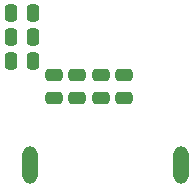
<source format=gbr>
%TF.GenerationSoftware,KiCad,Pcbnew,6.0.4-6f826c9f35~116~ubuntu20.04.1*%
%TF.CreationDate,2022-04-23T06:28:22+07:00*%
%TF.ProjectId,CH569Board,43483536-3942-46f6-9172-642e6b696361,rev?*%
%TF.SameCoordinates,Original*%
%TF.FileFunction,Paste,Bot*%
%TF.FilePolarity,Positive*%
%FSLAX46Y46*%
G04 Gerber Fmt 4.6, Leading zero omitted, Abs format (unit mm)*
G04 Created by KiCad (PCBNEW 6.0.4-6f826c9f35~116~ubuntu20.04.1) date 2022-04-23 06:28:22*
%MOMM*%
%LPD*%
G01*
G04 APERTURE LIST*
G04 Aperture macros list*
%AMRoundRect*
0 Rectangle with rounded corners*
0 $1 Rounding radius*
0 $2 $3 $4 $5 $6 $7 $8 $9 X,Y pos of 4 corners*
0 Add a 4 corners polygon primitive as box body*
4,1,4,$2,$3,$4,$5,$6,$7,$8,$9,$2,$3,0*
0 Add four circle primitives for the rounded corners*
1,1,$1+$1,$2,$3*
1,1,$1+$1,$4,$5*
1,1,$1+$1,$6,$7*
1,1,$1+$1,$8,$9*
0 Add four rect primitives between the rounded corners*
20,1,$1+$1,$2,$3,$4,$5,0*
20,1,$1+$1,$4,$5,$6,$7,0*
20,1,$1+$1,$6,$7,$8,$9,0*
20,1,$1+$1,$8,$9,$2,$3,0*%
G04 Aperture macros list end*
%ADD10O,1.300000X3.200000*%
%ADD11RoundRect,0.250000X-0.475000X0.250000X-0.475000X-0.250000X0.475000X-0.250000X0.475000X0.250000X0*%
%ADD12RoundRect,0.250000X0.250000X0.475000X-0.250000X0.475000X-0.250000X-0.475000X0.250000X-0.475000X0*%
G04 APERTURE END LIST*
D10*
%TO.C,USB1*%
X120400000Y-115390007D03*
X133200000Y-115390007D03*
%TD*%
D11*
%TO.C,C6*%
X126410000Y-107820000D03*
X126410000Y-109720000D03*
%TD*%
%TO.C,C8*%
X128400000Y-107820000D03*
X128400000Y-109720000D03*
%TD*%
D12*
%TO.C,C18*%
X120670000Y-102580000D03*
X118770000Y-102580000D03*
%TD*%
D11*
%TO.C,C10*%
X124430000Y-107820000D03*
X124430000Y-109720000D03*
%TD*%
D12*
%TO.C,C17*%
X120680000Y-106620000D03*
X118780000Y-106620000D03*
%TD*%
D11*
%TO.C,C9*%
X122460000Y-107810000D03*
X122460000Y-109710000D03*
%TD*%
D12*
%TO.C,C20*%
X120670000Y-104600000D03*
X118770000Y-104600000D03*
%TD*%
M02*

</source>
